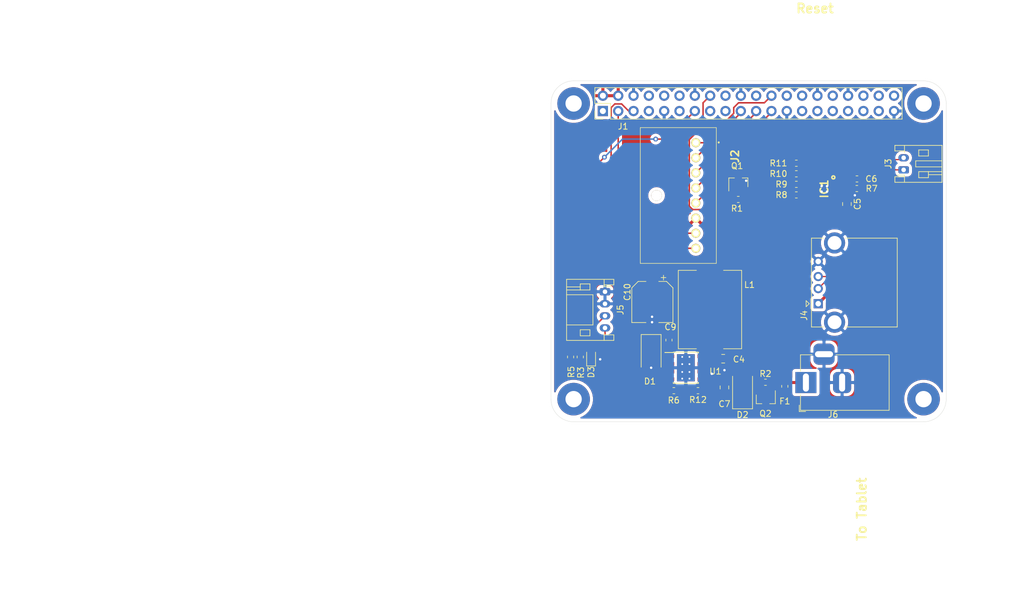
<source format=kicad_pcb>
(kicad_pcb (version 20171130) (host pcbnew 5.1.6-c6e7f7d~87~ubuntu18.04.1)
  (layers (0 F.Cu signal) (31 B.Cu signal) (34 B.Paste user) (35 F.Paste user) (36 B.SilkS user) (37 F.SilkS user) (38 B.Mask user) (39 F.Mask user) (44 Edge.Cuts user))
  (net 0 "")
  (net 1 +5V)
  (net 2 GND)
  (net 3 VCC)
  (net 4 "Net-(IC1-Pad15)")
  (net 5 /RESET)
  (net 6 /SDA)
  (net 7 /SCL)
  (net 8 /LED_INDICATOR)
  (net 9 "Net-(J5-Pad3)")
  (net 10 "Net-(J1-Pad1)")
  (net 11 "Net-(J1-Pad7)")
  (net 12 "Net-(J1-Pad8)")
  (net 13 "Net-(J1-Pad10)")
  (net 14 "Net-(J1-Pad11)")
  (net 15 "Net-(J1-Pad12)")
  (net 16 "Net-(J1-Pad15)")
  (net 17 /THERMAL_POWER)
  (net 18 "Net-(J1-Pad17)")
  (net 19 "Net-(J1-Pad18)")
  (net 20 /SPI_MOSI)
  (net 21 /SPI_MISO)
  (net 22 "Net-(J1-Pad22)")
  (net 23 /SPI_SCLK)
  (net 24 /SPI_CEO)
  (net 25 "Net-(J1-Pad26)")
  (net 26 "Net-(J1-Pad27)")
  (net 27 "Net-(J1-Pad28)")
  (net 28 "Net-(J1-Pad29)")
  (net 29 "Net-(J1-Pad31)")
  (net 30 "Net-(J1-Pad32)")
  (net 31 "Net-(J1-Pad33)")
  (net 32 "Net-(J1-Pad35)")
  (net 33 "Net-(J1-Pad36)")
  (net 34 "Net-(J1-Pad37)")
  (net 35 "Net-(J1-Pad38)")
  (net 36 "Net-(J1-Pad40)")
  (net 37 "Net-(J2-Pad5)")
  (net 38 "Net-(C5-Pad1)")
  (net 39 /D_OUT_P)
  (net 40 /D_IN_P)
  (net 41 /D_OUT_N)
  (net 42 /D_IN_N)
  (net 43 "Net-(C9-Pad1)")
  (net 44 "Net-(C9-Pad2)")
  (net 45 "Net-(D2-Pad2)")
  (net 46 "Net-(F1-Pad1)")
  (net 47 "Net-(F1-Pad2)")
  (net 48 "Net-(IC1-Pad5)")
  (net 49 "Net-(IC1-Pad6)")
  (net 50 "Net-(IC1-Pad7)")
  (net 51 "Net-(IC1-Pad8)")
  (net 52 "Net-(IC1-Pad9)")
  (net 53 "Net-(IC1-Pad13)")
  (net 54 "Net-(IC1-Pad16)")
  (net 55 "Net-(R12-Pad1)")
  (net 56 "Net-(U1-Pad2)")
  (net 57 "Net-(U1-Pad3)")
  (net 58 "Net-(D3-Pad2)")
  (module footprints:MWSA1004-150MT (layer F.Cu) (at 122.6 134.15 90)
    (fp_text reference L1 (at 4.1 6.55 180) (layer F.SilkS))
    (fp_text value 15uH)
    (pad 2 smd rect (at 4.75 0 90) (size 3.5 4) (layers F.Cu F.Paste F.Mask) (net 1 +5V))
    (pad 1 smd rect (at -4.75 0 90) (size 3.5 4) (layers F.Cu F.Paste F.Mask) (net 43 "Net-(C9-Pad1)"))
  )
  (module Capacitor_SMD:C_0603_1608Metric (layer F.Cu) (at 146.9625 112.5)
    (fp_text reference C6 (at 2.3875 0) (layer F.SilkS))
    (fp_text value 1uF)
    (pad 1 smd roundrect (at -0.7875 0) (size 0.875 0.95) (layers F.Cu F.Paste F.Mask) (net 1 +5V))
    (pad 2 smd roundrect (at 0.7875 0) (size 0.875 0.95) (layers F.Cu F.Paste F.Mask) (net 2 GND))
  )
  (module Resistor_SMD:R_0603_1608Metric (layer F.Cu) (at 146.9375 114.1 180)
    (fp_text reference R7 (at -2.4625 0) (layer F.SilkS))
    (fp_text value 36K)
    (pad 1 smd roundrect (at -0.7875 0 180) (size 0.875 0.95) (layers F.Cu F.Paste F.Mask) (net 2 GND))
    (pad 2 smd roundrect (at 0.7875 0 180) (size 0.875 0.95) (layers F.Cu F.Paste F.Mask) (net 54 "Net-(IC1-Pad16)"))
  )
  (module Capacitor_SMD:C_0805_2012Metric (layer F.Cu) (at 145.3 116.6625 90)
    (fp_text reference C5 (at 0 1.75 90) (layer F.SilkS))
    (fp_text value 22uF)
    (pad 1 smd roundrect (at -0.9375 0 90) (size 0.975 1.4) (layers F.Cu F.Paste F.Mask) (net 38 "Net-(C5-Pad1)"))
    (pad 2 smd roundrect (at 0.9375 0 90) (size 0.975 1.4) (layers F.Cu F.Paste F.Mask) (net 2 GND))
  )
  (module Resistor_SMD:R_0603_1608Metric (layer F.Cu) (at 99.5 142.0125 90)
    (fp_text reference R5 (at -2.4875 0.1 90) (layer F.SilkS))
    (fp_text value 470R)
    (pad 1 smd roundrect (at -0.7875 0 90) (size 0.875 0.95) (layers F.Cu F.Paste F.Mask) (net 8 /LED_INDICATOR))
    (pad 2 smd roundrect (at 0.7875 0 90) (size 0.875 0.95) (layers F.Cu F.Paste F.Mask) (net 9 "Net-(J5-Pad3)"))
  )
  (module Connector_PinHeader_2.54mm:PinHeader_2x20_P2.54mm_Vertical (layer F.Cu) (at 104.85 101.25 90)
    (fp_text reference J1 (at -2.55 3.35 180) (layer F.SilkS))
    (fp_text value Raspberry_Pi_2_3)
    (pad 1 thru_hole rect (at 0 0 90) (size 1.7 1.7) (drill 1) (layers *.Cu *.Mask) (net 10 "Net-(J1-Pad1)"))
    (pad 2 thru_hole oval (at 2.54 0 90) (size 1.7 1.7) (drill 1) (layers *.Cu *.Mask) (net 1 +5V))
    (pad 3 thru_hole oval (at 0 2.54 90) (size 1.7 1.7) (drill 1) (layers *.Cu *.Mask) (net 6 /SDA))
    (pad 4 thru_hole oval (at 2.54 2.54 90) (size 1.7 1.7) (drill 1) (layers *.Cu *.Mask) (net 1 +5V))
    (pad 5 thru_hole oval (at 0 5.08 90) (size 1.7 1.7) (drill 1) (layers *.Cu *.Mask) (net 7 /SCL))
    (pad 6 thru_hole oval (at 2.54 5.08 90) (size 1.7 1.7) (drill 1) (layers *.Cu *.Mask) (net 2 GND))
    (pad 7 thru_hole oval (at 0 7.62 90) (size 1.7 1.7) (drill 1) (layers *.Cu *.Mask) (net 11 "Net-(J1-Pad7)"))
    (pad 8 thru_hole oval (at 2.54 7.62 90) (size 1.7 1.7) (drill 1) (layers *.Cu *.Mask) (net 12 "Net-(J1-Pad8)"))
    (pad 9 thru_hole oval (at 0 10.16 90) (size 1.7 1.7) (drill 1) (layers *.Cu *.Mask) (net 2 GND))
    (pad 10 thru_hole oval (at 2.54 10.16 90) (size 1.7 1.7) (drill 1) (layers *.Cu *.Mask) (net 13 "Net-(J1-Pad10)"))
    (pad 11 thru_hole oval (at 0 12.7 90) (size 1.7 1.7) (drill 1) (layers *.Cu *.Mask) (net 14 "Net-(J1-Pad11)"))
    (pad 12 thru_hole oval (at 2.54 12.7 90) (size 1.7 1.7) (drill 1) (layers *.Cu *.Mask) (net 15 "Net-(J1-Pad12)"))
    (pad 13 thru_hole oval (at 0 15.24 90) (size 1.7 1.7) (drill 1) (layers *.Cu *.Mask) (net 8 /LED_INDICATOR))
    (pad 14 thru_hole oval (at 2.54 15.24 90) (size 1.7 1.7) (drill 1) (layers *.Cu *.Mask) (net 2 GND))
    (pad 15 thru_hole oval (at 0 17.78 90) (size 1.7 1.7) (drill 1) (layers *.Cu *.Mask) (net 16 "Net-(J1-Pad15)"))
    (pad 16 thru_hole oval (at 2.54 17.78 90) (size 1.7 1.7) (drill 1) (layers *.Cu *.Mask) (net 17 /THERMAL_POWER))
    (pad 17 thru_hole oval (at 0 20.32 90) (size 1.7 1.7) (drill 1) (layers *.Cu *.Mask) (net 18 "Net-(J1-Pad17)"))
    (pad 18 thru_hole oval (at 2.54 20.32 90) (size 1.7 1.7) (drill 1) (layers *.Cu *.Mask) (net 19 "Net-(J1-Pad18)"))
    (pad 19 thru_hole oval (at 0 22.86 90) (size 1.7 1.7) (drill 1) (layers *.Cu *.Mask) (net 20 /SPI_MOSI))
    (pad 20 thru_hole oval (at 2.54 22.86 90) (size 1.7 1.7) (drill 1) (layers *.Cu *.Mask) (net 2 GND))
    (pad 21 thru_hole oval (at 0 25.4 90) (size 1.7 1.7) (drill 1) (layers *.Cu *.Mask) (net 21 /SPI_MISO))
    (pad 22 thru_hole oval (at 2.54 25.4 90) (size 1.7 1.7) (drill 1) (layers *.Cu *.Mask) (net 22 "Net-(J1-Pad22)"))
    (pad 23 thru_hole oval (at 0 27.94 90) (size 1.7 1.7) (drill 1) (layers *.Cu *.Mask) (net 23 /SPI_SCLK))
    (pad 24 thru_hole oval (at 2.54 27.94 90) (size 1.7 1.7) (drill 1) (layers *.Cu *.Mask) (net 24 /SPI_CEO))
    (pad 25 thru_hole oval (at 0 30.48 90) (size 1.7 1.7) (drill 1) (layers *.Cu *.Mask) (net 2 GND))
    (pad 26 thru_hole oval (at 2.54 30.48 90) (size 1.7 1.7) (drill 1) (layers *.Cu *.Mask) (net 25 "Net-(J1-Pad26)"))
    (pad 27 thru_hole oval (at 0 33.02 90) (size 1.7 1.7) (drill 1) (layers *.Cu *.Mask) (net 26 "Net-(J1-Pad27)"))
    (pad 28 thru_hole oval (at 2.54 33.02 90) (size 1.7 1.7) (drill 1) (layers *.Cu *.Mask) (net 27 "Net-(J1-Pad28)"))
    (pad 29 thru_hole oval (at 0 35.56 90) (size 1.7 1.7) (drill 1) (layers *.Cu *.Mask) (net 28 "Net-(J1-Pad29)"))
    (pad 30 thru_hole oval (at 2.54 35.56 90) (size 1.7 1.7) (drill 1) (layers *.Cu *.Mask) (net 2 GND))
    (pad 31 thru_hole oval (at 0 38.1 90) (size 1.7 1.7) (drill 1) (layers *.Cu *.Mask) (net 29 "Net-(J1-Pad31)"))
    (pad 32 thru_hole oval (at 2.54 38.1 90) (size 1.7 1.7) (drill 1) (layers *.Cu *.Mask) (net 30 "Net-(J1-Pad32)"))
    (pad 33 thru_hole oval (at 0 40.64 90) (size 1.7 1.7) (drill 1) (layers *.Cu *.Mask) (net 31 "Net-(J1-Pad33)"))
    (pad 34 thru_hole oval (at 2.54 40.64 90) (size 1.7 1.7) (drill 1) (layers *.Cu *.Mask) (net 2 GND))
    (pad 35 thru_hole oval (at 0 43.18 90) (size 1.7 1.7) (drill 1) (layers *.Cu *.Mask) (net 32 "Net-(J1-Pad35)"))
    (pad 36 thru_hole oval (at 2.54 43.18 90) (size 1.7 1.7) (drill 1) (layers *.Cu *.Mask) (net 33 "Net-(J1-Pad36)"))
    (pad 37 thru_hole oval (at 0 45.72 90) (size 1.7 1.7) (drill 1) (layers *.Cu *.Mask) (net 34 "Net-(J1-Pad37)"))
    (pad 38 thru_hole oval (at 2.54 45.72 90) (size 1.7 1.7) (drill 1) (layers *.Cu *.Mask) (net 35 "Net-(J1-Pad38)"))
    (pad 39 thru_hole oval (at 0 48.26 90) (size 1.7 1.7) (drill 1) (layers *.Cu *.Mask) (net 2 GND))
    (pad 40 thru_hole oval (at 2.54 48.26 90) (size 1.7 1.7) (drill 1) (layers *.Cu *.Mask) (net 36 "Net-(J1-Pad40)"))
  )
  (module Connector_USB:USB_A_CONNFLY_DS1095-WNR0 (layer F.Cu) (at 140.54 133.18 90)
    (fp_text reference J4 (at -1.95 -2.35 90) (layer F.SilkS))
    (fp_text value USB_A)
    (pad 5 thru_hole circle (at 10.07 2.71 90) (size 3.5 3.5) (drill 2.3) (layers *.Cu *.Mask) (net 2 GND))
    (pad 5 thru_hole circle (at -3.07 2.71 90) (size 3.5 3.5) (drill 2.3) (layers *.Cu *.Mask) (net 2 GND))
    (pad 1 thru_hole rect (at 0 0 90) (size 1.524 1.524) (drill 0.92) (layers *.Cu *.Mask) (net 38 "Net-(C5-Pad1)"))
    (pad 2 thru_hole circle (at 2.5 0 90) (size 1.524 1.524) (drill 0.92) (layers *.Cu *.Mask) (net 42 /D_IN_N))
    (pad 3 thru_hole circle (at 4.5 0 90) (size 1.524 1.524) (drill 0.92) (layers *.Cu *.Mask) (net 40 /D_IN_P))
    (pad 4 thru_hole circle (at 7 0 90) (size 1.524 1.524) (drill 0.92) (layers *.Cu *.Mask) (net 2 GND))
  )
  (module Fiducial:Fiducial_1mm_Mask2mm (layer F.Cu) (at 98.8 105.7)
    (fp_text reference FID1 hide)
    (fp_text value Fiducial)
    (pad "" smd circle (at 0 0) (size 1 1) (layers F.Cu F.Mask) (clearance 0.5))
  )
  (module Fiducial:Fiducial_1mm_Mask2mm (layer F.Cu) (at 104.7 150.1)
    (fp_text reference FID2 hide)
    (fp_text value Fiducial)
    (pad "" smd circle (at 0 0) (size 1 1) (layers F.Cu F.Mask) (clearance 0.5))
  )
  (module Fiducial:Fiducial_1mm_Mask2mm (layer F.Cu) (at 159.45 140.1)
    (fp_text reference FID3 hide)
    (fp_text value Fiducial)
    (pad "" smd circle (at 0 0) (size 1 1) (layers F.Cu F.Mask) (clearance 0.5))
  )
  (module Package_TO_SOT_SMD:SOT-23 (layer F.Cu) (at 127.3 113.1 90)
    (fp_text reference Q1 (at 2.75 -0.2) (layer F.SilkS))
    (fp_text value Q_NMOS_GSD)
    (pad 1 smd rect (at -1 -0.95 90) (size 0.9 0.8) (layers F.Cu F.Paste F.Mask) (net 17 /THERMAL_POWER))
    (pad 2 smd rect (at -1 0.95 90) (size 0.9 0.8) (layers F.Cu F.Paste F.Mask) (net 2 GND))
    (pad 3 smd rect (at 1 0 90) (size 0.9 0.8) (layers F.Cu F.Paste F.Mask) (net 37 "Net-(J2-Pad5)"))
  )
  (module Resistor_SMD:R_0603_1608Metric (layer F.Cu) (at 127.2875 115.9)
    (fp_text reference R1 (at -0.2125 1.5) (layer F.SilkS))
    (fp_text value 100K)
    (pad 1 smd roundrect (at -0.7875 0) (size 0.875 0.95) (layers F.Cu F.Paste F.Mask) (net 17 /THERMAL_POWER))
    (pad 2 smd roundrect (at 0.7875 0) (size 0.875 0.95) (layers F.Cu F.Paste F.Mask) (net 2 GND))
  )
  (module MountingHole:MountingHole_2.7mm_Pad (layer F.Cu) (at 158 149)
    (fp_text reference H1 hide)
    (fp_text value MountingHole)
    (pad 1 thru_hole circle (at 0 0) (size 5.4 5.4) (drill 2.7) (layers *.Cu *.Mask))
  )
  (module MountingHole:MountingHole_2.7mm_Pad (layer F.Cu) (at 100 149)
    (fp_text reference H2 hide)
    (fp_text value MountingHole)
    (pad 1 thru_hole circle (at 0 0) (size 5.4 5.4) (drill 2.7) (layers *.Cu *.Mask))
  )
  (module MountingHole:MountingHole_2.7mm_Pad (layer F.Cu) (at 158 100)
    (fp_text reference H3 hide)
    (fp_text value MountingHole)
    (pad 1 thru_hole circle (at 0 0) (size 5.4 5.4) (drill 2.7) (layers *.Cu *.Mask))
  )
  (module MountingHole:MountingHole_2.7mm_Pad (layer F.Cu) (at 100 100)
    (fp_text reference H4 hide)
    (fp_text value MountingHole)
    (pad 1 thru_hole circle (at 0 0) (size 5.4 5.4) (drill 2.7) (layers *.Cu *.Mask))
  )
  (module Resistor_SMD:R_0603_1608Metric (layer F.Cu) (at 136.9125 115.15)
    (fp_text reference R8 (at -2.4625 0) (layer F.SilkS))
    (fp_text value 100K)
    (pad 1 smd roundrect (at -0.7875 0) (size 0.875 0.95) (layers F.Cu F.Paste F.Mask) (net 1 +5V))
    (pad 2 smd roundrect (at 0.7875 0) (size 0.875 0.95) (layers F.Cu F.Paste F.Mask) (net 51 "Net-(IC1-Pad8)"))
  )
  (module Resistor_SMD:R_0603_1608Metric (layer F.Cu) (at 136.9125 113.4)
    (fp_text reference R9 (at -2.4625 0) (layer F.SilkS))
    (fp_text value 100K)
    (pad 2 smd roundrect (at 0.7875 0) (size 0.875 0.95) (layers F.Cu F.Paste F.Mask) (net 50 "Net-(IC1-Pad7)"))
    (pad 1 smd roundrect (at -0.7875 0) (size 0.875 0.95) (layers F.Cu F.Paste F.Mask) (net 1 +5V))
  )
  (module Resistor_SMD:R_0603_1608Metric (layer F.Cu) (at 136.9125 111.65)
    (fp_text reference R10 (at -2.9625 0) (layer F.SilkS))
    (fp_text value 100K)
    (pad 1 smd roundrect (at -0.7875 0) (size 0.875 0.95) (layers F.Cu F.Paste F.Mask) (net 1 +5V))
    (pad 2 smd roundrect (at 0.7875 0) (size 0.875 0.95) (layers F.Cu F.Paste F.Mask) (net 49 "Net-(IC1-Pad6)"))
  )
  (module Resistor_SMD:R_0603_1608Metric (layer F.Cu) (at 136.9125 109.9)
    (fp_text reference R11 (at -2.9625 0) (layer F.SilkS))
    (fp_text value 100K)
    (pad 2 smd roundrect (at 0.7875 0) (size 0.875 0.95) (layers F.Cu F.Paste F.Mask) (net 48 "Net-(IC1-Pad5)"))
    (pad 1 smd roundrect (at -0.7875 0) (size 0.875 0.95) (layers F.Cu F.Paste F.Mask) (net 1 +5V))
  )
  (module Connector_BarrelJack:BarrelJack_Horizontal (layer F.Cu) (at 138.5 146.25 180)
    (fp_text reference J6 (at -4.5 -5.3) (layer F.SilkS))
    (fp_text value Barrel_Jack_Switch)
    (pad 1 thru_hole rect (at 0 0 180) (size 3.5 3.5) (drill oval 1 3) (layers *.Cu *.Mask) (net 47 "Net-(F1-Pad2)"))
    (pad 2 thru_hole roundrect (at -6 0 180) (size 3 3.5) (drill oval 1 3) (layers *.Cu *.Mask) (net 2 GND))
    (pad 3 thru_hole roundrect (at -3 4.7 180) (size 3.5 3.5) (drill oval 3 1) (layers *.Cu *.Mask) (net 2 GND))
  )
  (module Capacitor_SMD:C_0805_2012Metric (layer F.Cu) (at 125 147.0625 90)
    (fp_text reference C7 (at -2.7375 0 180) (layer F.SilkS))
    (fp_text value 22uF)
    (pad 1 smd roundrect (at -0.9375 0 90) (size 0.975 1.4) (layers F.Cu F.Paste F.Mask) (net 3 VCC))
    (pad 2 smd roundrect (at 0.9375 0 90) (size 0.975 1.4) (layers F.Cu F.Paste F.Mask) (net 2 GND))
  )
  (module Resistor_SMD:R_0603_1608Metric_Pad1.05x0.95mm_HandSolder (layer F.Cu) (at 135 146.875 90)
    (fp_text reference F1 (at -2.475 0 180) (layer F.SilkS))
    (fp_text value Fuse)
    (pad 1 smd roundrect (at -0.875 0 90) (size 1.05 0.95) (layers F.Cu F.Paste F.Mask) (net 46 "Net-(F1-Pad1)"))
    (pad 2 smd roundrect (at 0.875 0 90) (size 1.05 0.95) (layers F.Cu F.Paste F.Mask) (net 47 "Net-(F1-Pad2)"))
  )
  (module S08B-XASK-1_LF__SN_:S08BXASK1LFSN (layer F.Cu) (at 120.25 106.5 270)
    (fp_text reference J2 (at 2.25 -6.5 90) (layer F.SilkS) (effects (font (size 1.27 1.27) (thickness 0.254))))
    (fp_text value "Thermal Camera" hide)
    (pad 1 thru_hole circle (at 0 0) (size 1.5 1.5) (drill 1) (layers *.Cu *.Mask F.SilkS) (net 24 /SPI_CEO))
    (pad 2 thru_hole circle (at 2.5 0) (size 1.5 1.5) (drill 1) (layers *.Cu *.Mask F.SilkS) (net 20 /SPI_MOSI))
    (pad 3 thru_hole circle (at 5 0) (size 1.5 1.5) (drill 1) (layers *.Cu *.Mask F.SilkS) (net 21 /SPI_MISO))
    (pad 4 thru_hole circle (at 7.5 0) (size 1.5 1.5) (drill 1) (layers *.Cu *.Mask F.SilkS) (net 23 /SPI_SCLK))
    (pad 5 thru_hole circle (at 10 0) (size 1.5 1.5) (drill 1) (layers *.Cu *.Mask F.SilkS) (net 37 "Net-(J2-Pad5)"))
    (pad 6 thru_hole circle (at 12.5 0) (size 1.5 1.5) (drill 1) (layers *.Cu *.Mask F.SilkS) (net 1 +5V))
    (pad 7 thru_hole circle (at 15 0) (size 1.5 1.5) (drill 1) (layers *.Cu *.Mask F.SilkS) (net 6 /SDA))
    (pad 8 thru_hole circle (at 17.5 0) (size 1.5 1.5) (drill 1) (layers *.Cu *.Mask F.SilkS) (net 7 /SCL))
    (pad MH1 thru_hole circle (at 8.75 6.5) (size 1.755 1.755) (drill 3.5107) (layers *.Cu *.Mask F.SilkS))
  )
  (module Capacitor_SMD:C_0805_2012Metric (layer F.Cu) (at 124.7875 142.3)
    (fp_text reference C4 (at 2.6125 0.1) (layer F.SilkS))
    (fp_text value 10uF)
    (pad 1 smd roundrect (at -0.9375 0) (size 0.975 1.4) (layers F.Cu F.Paste F.Mask) (net 3 VCC))
    (pad 2 smd roundrect (at 0.9375 0) (size 0.975 1.4) (layers F.Cu F.Paste F.Mask) (net 2 GND))
  )
  (module Capacitor_SMD:C_0603_1608Metric (layer F.Cu) (at 115.8 139.2125 270)
    (fp_text reference C9 (at -2.1625 -0.25 180) (layer F.SilkS))
    (fp_text value 0.01uF)
    (pad 1 smd roundrect (at -0.7875 0 270) (size 0.875 0.95) (layers F.Cu F.Paste F.Mask) (net 43 "Net-(C9-Pad1)"))
    (pad 2 smd roundrect (at 0.7875 0 270) (size 0.875 0.95) (layers F.Cu F.Paste F.Mask) (net 44 "Net-(C9-Pad2)"))
  )
  (module Capacitor_SMD:CP_Elec_6.3x7.7 (layer F.Cu) (at 113.05 132.9 270)
    (fp_text reference C10 (at -1.65 4.15 90) (layer F.SilkS))
    (fp_text value 220uF)
    (pad 1 smd roundrect (at -2.7 0 270) (size 3.5 1.6) (layers F.Cu F.Paste F.Mask) (roundrect_rratio 0.15625) (net 1 +5V))
    (pad 2 smd roundrect (at 2.7 0 270) (size 3.5 1.6) (layers F.Cu F.Paste F.Mask) (roundrect_rratio 0.15625) (net 2 GND))
  )
  (module Diode_SMD:D_SMA (layer F.Cu) (at 112.85 141.7 270)
    (fp_text reference D1 (at 4.35 0.2 180) (layer F.SilkS))
    (fp_text value B340A)
    (pad 2 smd rect (at 2 0 270) (size 2.5 1.8) (layers F.Cu F.Paste F.Mask) (net 2 GND))
    (pad 1 smd rect (at -2 0 270) (size 2.5 1.8) (layers F.Cu F.Paste F.Mask) (net 43 "Net-(C9-Pad1)"))
  )
  (module Diode_SMD:D_SMA (layer F.Cu) (at 128 147.2 90)
    (fp_text reference D2 (at -4.4 0 180) (layer F.SilkS))
    (fp_text value D_Zener)
    (pad 1 smd rect (at -2 0 90) (size 2.5 1.8) (layers F.Cu F.Paste F.Mask) (net 3 VCC))
    (pad 2 smd rect (at 2 0 90) (size 2.5 1.8) (layers F.Cu F.Paste F.Mask) (net 45 "Net-(D2-Pad2)"))
  )
  (module QFN50P300X300X80-17N-D (layer F.Cu) (at 141.55 114.15 270)
    (fp_text reference IC1 (at 0 0 270) (layer F.SilkS) (effects (font (size 1.27 1.27) (thickness 0.254))))
    (fp_text value TPS2546RTER hide)
    (pad 1 smd rect (at -1.5 -0.75) (size 0.3 0.8) (layers F.Cu F.Paste F.Mask) (net 1 +5V))
    (pad 2 smd rect (at -1.5 -0.25) (size 0.3 0.8) (layers F.Cu F.Paste F.Mask) (net 41 /D_OUT_N))
    (pad 3 smd rect (at -1.5 0.25) (size 0.3 0.8) (layers F.Cu F.Paste F.Mask) (net 39 /D_OUT_P))
    (pad 4 smd rect (at -1.5 0.75) (size 0.3 0.8) (layers F.Cu F.Paste F.Mask) (net 1 +5V))
    (pad 5 smd rect (at -0.75 1.5 270) (size 0.3 0.8) (layers F.Cu F.Paste F.Mask) (net 48 "Net-(IC1-Pad5)"))
    (pad 6 smd rect (at -0.25 1.5 270) (size 0.3 0.8) (layers F.Cu F.Paste F.Mask) (net 49 "Net-(IC1-Pad6)"))
    (pad 7 smd rect (at 0.25 1.5 270) (size 0.3 0.8) (layers F.Cu F.Paste F.Mask) (net 50 "Net-(IC1-Pad7)"))
    (pad 8 smd rect (at 0.75 1.5 270) (size 0.3 0.8) (layers F.Cu F.Paste F.Mask) (net 51 "Net-(IC1-Pad8)"))
    (pad 9 smd rect (at 1.5 0.75) (size 0.3 0.8) (layers F.Cu F.Paste F.Mask) (net 52 "Net-(IC1-Pad9)"))
    (pad 10 smd rect (at 1.5 0.25) (size 0.3 0.8) (layers F.Cu F.Paste F.Mask) (net 40 /D_IN_P))
    (pad 11 smd rect (at 1.5 -0.25) (size 0.3 0.8) (layers F.Cu F.Paste F.Mask) (net 42 /D_IN_N))
    (pad 12 smd rect (at 1.5 -0.75) (size 0.3 0.8) (layers F.Cu F.Paste F.Mask) (net 38 "Net-(C5-Pad1)"))
    (pad 13 smd rect (at 0.75 -1.5 270) (size 0.3 0.8) (layers F.Cu F.Paste F.Mask) (net 53 "Net-(IC1-Pad13)"))
    (pad 14 smd rect (at 0.25 -1.5 270) (size 0.3 0.8) (layers F.Cu F.Paste F.Mask) (net 2 GND))
    (pad 15 smd rect (at -0.25 -1.5 270) (size 0.3 0.8) (layers F.Cu F.Paste F.Mask) (net 4 "Net-(IC1-Pad15)"))
    (pad 16 smd rect (at -0.75 -1.5 270) (size 0.3 0.8) (layers F.Cu F.Paste F.Mask) (net 54 "Net-(IC1-Pad16)"))
    (pad 17 smd rect (at 0 0 270) (size 1.76 1.76) (layers F.Cu F.Paste F.Mask) (net 2 GND))
  )
  (module Resistor_SMD:R_0603_1608Metric (layer F.Cu) (at 131.8 146.2 180)
    (fp_text reference R2 (at 0 1.4) (layer F.SilkS))
    (fp_text value 100K)
    (pad 1 smd roundrect (at -0.7875 0 180) (size 0.875 0.95) (layers F.Cu F.Paste F.Mask) (net 45 "Net-(D2-Pad2)"))
    (pad 2 smd roundrect (at 0.7875 0 180) (size 0.875 0.95) (layers F.Cu F.Paste F.Mask) (net 2 GND))
  )
  (module Resistor_SMD:R_0603_1608Metric (layer F.Cu) (at 116.6125 147.6)
    (fp_text reference R6 (at -0.0125 1.6) (layer F.SilkS))
    (fp_text value 10K)
    (pad 1 smd roundrect (at -0.7875 0) (size 0.875 0.95) (layers F.Cu F.Paste F.Mask) (net 1 +5V))
    (pad 2 smd roundrect (at 0.7875 0) (size 0.875 0.95) (layers F.Cu F.Paste F.Mask) (net 55 "Net-(R12-Pad1)"))
  )
  (module Resistor_SMD:R_0603_1608Metric (layer F.Cu) (at 120.6125 147.6)
    (fp_text reference R12 (at 0 1.5) (layer F.SilkS))
    (fp_text value 3K16)
    (pad 2 smd roundrect (at 0.7875 0) (size 0.875 0.95) (layers F.Cu F.Paste F.Mask) (net 2 GND))
    (pad 1 smd roundrect (at -0.7875 0) (size 0.875 0.95) (layers F.Cu F.Paste F.Mask) (net 55 "Net-(R12-Pad1)"))
  )
  (module Package_SO:TI_SO-PowerPAD-8_ThermalVias (layer F.Cu) (at 118.6 143.8)
    (fp_text reference U1 (at 4.9 0.6) (layer F.SilkS))
    (fp_text value TPS5430DDA)
    (pad 9 smd rect (at 0 0) (size 2.6 3.1) (layers F.Cu F.Paste F.Mask) (net 2 GND))
    (pad 9 smd rect (at 0 0) (size 2.95 4.5) (layers F.Cu) (net 2 GND))
    (pad 1 smd rect (at -2.7 -1.905) (size 1.55 0.6) (layers F.Cu F.Paste F.Mask) (net 44 "Net-(C9-Pad2)"))
    (pad 2 smd rect (at -2.7 -0.635) (size 1.55 0.6) (layers F.Cu F.Paste F.Mask) (net 56 "Net-(U1-Pad2)"))
    (pad 3 smd rect (at -2.7 0.635) (size 1.55 0.6) (layers F.Cu F.Paste F.Mask) (net 57 "Net-(U1-Pad3)"))
    (pad 4 smd rect (at -2.7 1.905) (size 1.55 0.6) (layers F.Cu F.Paste F.Mask) (net 55 "Net-(R12-Pad1)"))
    (pad 5 smd rect (at 2.7 1.905) (size 1.55 0.6) (layers F.Cu F.Paste F.Mask) (net 5 /RESET))
    (pad 6 smd rect (at 2.7 0.635) (size 1.55 0.6) (layers F.Cu F.Paste F.Mask) (net 2 GND))
    (pad 7 smd rect (at 2.7 -0.635) (size 1.55 0.6) (layers F.Cu F.Paste F.Mask) (net 3 VCC))
    (pad 8 smd rect (at 2.7 -1.905) (size 1.55 0.6) (layers F.Cu F.Paste F.Mask) (net 43 "Net-(C9-Pad1)"))
    (pad 9 smd rect (at 0 0) (size 2.95 4.5) (layers B.Cu) (net 2 GND))
    (pad 9 thru_hole circle (at -0.6 -1.8) (size 0.6 0.6) (drill 0.3) (layers *.Cu) (net 2 GND))
    (pad 9 thru_hole circle (at -0.6 -0.6) (size 0.6 0.6) (drill 0.3) (layers *.Cu) (net 2 GND))
    (pad 9 thru_hole circle (at 0.6 -0.6) (size 0.6 0.6) (drill 0.3) (layers *.Cu) (net 2 GND))
    (pad 9 thru_hole circle (at 0.6 -1.8) (size 0.6 0.6) (drill 0.3) (layers *.Cu) (net 2 GND))
    (pad 9 thru_hole circle (at -0.6 1.8) (size 0.6 0.6) (drill 0.3) (layers *.Cu) (net 2 GND))
    (pad 9 thru_hole circle (at -0.6 0.7) (size 0.6 0.6) (drill 0.3) (layers *.Cu) (net 2 GND))
    (pad 9 thru_hole circle (at 0.6 0.7) (size 0.6 0.6) (drill 0.3) (layers *.Cu) (net 2 GND))
    (pad 9 thru_hole circle (at 0.6 1.8) (size 0.6 0.6) (drill 0.3) (layers *.Cu) (net 2 GND))
  )
  (module Package_TO_SOT_SMD:SOT-23 (layer F.Cu) (at 131.85 149 270)
    (fp_text reference Q2 (at 2.4 0.05 180) (layer F.SilkS))
    (fp_text value Q_PMOS_GDS)
    (pad 1 smd rect (at -1 -0.95 270) (size 0.9 0.8) (layers F.Cu F.Paste F.Mask) (net 45 "Net-(D2-Pad2)"))
    (pad 2 smd rect (at -1 0.95 270) (size 0.9 0.8) (layers F.Cu F.Paste F.Mask) (net 3 VCC))
    (pad 3 smd rect (at 1 0 270) (size 0.9 0.8) (layers F.Cu F.Paste F.Mask) (net 46 "Net-(F1-Pad1)"))
  )
  (module Diode_SMD:D_0603_1608Metric (layer F.Cu) (at 102.9 142.0125 90)
    (fp_text reference D3 (at -2.5125 0 90) (layer F.SilkS))
    (fp_text value LED)
    (pad 1 smd roundrect (at -0.7875 0 90) (size 0.875 0.95) (layers F.Cu F.Paste F.Mask) (net 2 GND))
    (pad 2 smd roundrect (at 0.7875 0 90) (size 0.875 0.95) (layers F.Cu F.Paste F.Mask) (net 58 "Net-(D3-Pad2)"))
  )
  (module Resistor_SMD:R_0603_1608Metric (layer F.Cu) (at 101.1 142.0125 90)
    (fp_text reference R3 (at -2.5875 0.1 90) (layer F.SilkS))
    (fp_text value 470R)
    (pad 1 smd roundrect (at -0.7875 0 90) (size 0.875 0.95) (layers F.Cu F.Paste F.Mask) (net 8 /LED_INDICATOR))
    (pad 2 smd roundrect (at 0.7875 0 90) (size 0.875 0.95) (layers F.Cu F.Paste F.Mask) (net 58 "Net-(D3-Pad2)"))
  )
  (module Connector_JST:JST_PH_S2B-PH-K_1x02_P2.00mm_Horizontal (layer F.Cu) (at 154.7 111 90)
    (fp_text reference J3 (at 1 -2.55 90) (layer F.SilkS))
    (fp_text value Conn_01x02)
    (pad 1 thru_hole roundrect (at 0 0 90) (size 1.2 1.75) (drill 0.75) (layers *.Cu *.Mask) (roundrect_rratio 0.208333) (net 41 /D_OUT_N))
    (pad 2 thru_hole oval (at 2 0 90) (size 1.2 1.75) (drill 0.75) (layers *.Cu *.Mask) (net 39 /D_OUT_P))
  )
  (module Connector_JST:JST_PH_S4B-PH-K_1x04_P2.00mm_Horizontal (layer F.Cu) (at 105.2 131.2 270)
    (fp_text reference J5 (at 3 -2.55 90) (layer F.SilkS))
    (fp_text value Conn_01x04)
    (pad 1 thru_hole roundrect (at 0 0 270) (size 1.2 1.75) (drill 0.75) (layers *.Cu *.Mask) (roundrect_rratio 0.208333) (net 2 GND))
    (pad 2 thru_hole oval (at 2 0 270) (size 1.2 1.75) (drill 0.75) (layers *.Cu *.Mask) (net 2 GND))
    (pad 3 thru_hole oval (at 4 0 270) (size 1.2 1.75) (drill 0.75) (layers *.Cu *.Mask) (net 9 "Net-(J5-Pad3)"))
    (pad 4 thru_hole oval (at 6 0 270) (size 1.2 1.75) (drill 0.75) (layers *.Cu *.Mask) (net 5 /RESET))
  )
  (gr_line (start 96.25 115.25) (end 96.25 134.25) (layer Edge.Cuts) (width 0.05))
  (gr_text "To Tablet" (at 147.75 167.25 90) (layer F.SilkS) (effects (font (size 1.5 1.5) (thickness 0.3))))
  (gr_text Reset (at 140 84.25) (layer F.SilkS) (effects (font (size 1.5 1.5) (thickness 0.3))))
  (gr_line (start 96.25 115.25) (end 96.25 100) (layer Edge.Cuts) (width 0.05))
  (gr_line (start 96.25 134.25) (end 96.25 149) (layer Edge.Cuts) (width 0.05))
  (gr_line (start 100 152.75) (end 158 152.75) (layer Edge.Cuts) (width 0.05))
  (gr_arc (start 100 149) (end 96.25 149) (angle -90) (layer Edge.Cuts) (width 0.05))
  (gr_line (start 161.75 100) (end 161.75 149) (layer Edge.Cuts) (width 0.05))
  (gr_arc (start 158 149) (end 158 152.75) (angle -90) (layer Edge.Cuts) (width 0.05))
  (gr_line (start 158 96.25) (end 100 96.25) (layer Edge.Cuts) (width 0.05))
  (gr_arc (start 158 100) (end 161.75 100) (angle -90) (layer Edge.Cuts) (width 0.05))
  (gr_arc (start 100 100) (end 100 96.25) (angle -90) (layer Edge.Cuts) (width 0.05))
  (segment (start 140.8 112.65) (end 140.8 110.7) (width 0.25) (layer F.Cu) (net 1))
  (segment (start 140.8 110.7) (end 140.8 110.5) (width 0.25) (layer F.Cu) (net 1))
  (segment (start 140.8 110.5) (end 140.1 109.8) (width 0.25) (layer F.Cu) (net 1))
  (via (at 112.85 143.8) (size 0.8) (drill 0.4) (layers F.Cu B.Cu) (net 2))
  (via (at 113 136.25) (size 0.8) (drill 0.4) (layers F.Cu B.Cu) (net 2))
  (via (at 113 135.35) (size 0.8) (drill 0.4) (layers F.Cu B.Cu) (net 2))
  (via (at 125 144.2) (size 0.8) (drill 0.4) (layers F.Cu B.Cu) (net 2))
  (via (at 141.1 114.6) (size 0.8) (drill 0.4) (layers F.Cu B.Cu) (net 2))
  (via (at 142 114.6) (size 0.8) (drill 0.4) (layers F.Cu B.Cu) (net 2))
  (via (at 142 113.7) (size 0.8) (drill 0.4) (layers F.Cu B.Cu) (net 2))
  (via (at 141.1 113.7) (size 0.8) (drill 0.4) (layers F.Cu B.Cu) (net 2))
  (segment (start 143.975 114.4) (end 145.3 115.725) (width 0.25) (layer F.Cu) (net 2))
  (segment (start 143.05 114.4) (end 143.975 114.4) (width 0.25) (layer F.Cu) (net 2))
  (segment (start 145.3 115.725) (end 146.175 115.725) (width 0.25) (layer F.Cu) (net 2))
  (segment (start 125.775001 146.900001) (end 130.312499 146.900001) (width 0.5) (layer F.Cu) (net 2))
  (segment (start 130.312499 146.900001) (end 131.0125 146.2) (width 0.5) (layer F.Cu) (net 2))
  (segment (start 125 146.125) (end 125.775001 146.900001) (width 0.5) (layer F.Cu) (net 2))
  (segment (start 120.665 143.8) (end 121.3 144.435) (width 0.25) (layer F.Cu) (net 2))
  (segment (start 118.6 143.8) (end 120.665 143.8) (width 0.25) (layer F.Cu) (net 2))
  (via (at 104.4 142.4) (size 0.8) (drill 0.4) (layers F.Cu B.Cu) (net 2))
  (segment (start 102.9 142.8) (end 104 142.8) (width 0.25) (layer F.Cu) (net 2))
  (segment (start 104 142.8) (end 104.4 142.4) (width 0.25) (layer F.Cu) (net 2))
  (segment (start 128.075 114.275) (end 128.25 114.1) (width 0.25) (layer F.Cu) (net 2))
  (segment (start 128.075 115.9) (end 128.075 114.275) (width 0.25) (layer F.Cu) (net 2))
  (segment (start 125 143) (end 125.7 142.3) (width 0.25) (layer F.Cu) (net 2))
  (segment (start 125 146.125) (end 125 143) (width 0.25) (layer F.Cu) (net 2))
  (via (at 122.9 144.8) (size 0.8) (drill 0.4) (layers F.Cu B.Cu) (net 2))
  (segment (start 121.3 144.435) (end 121.665 144.8) (width 0.25) (layer F.Cu) (net 2))
  (segment (start 121.665 144.8) (end 122.9 144.8) (width 0.25) (layer F.Cu) (net 2))
  (segment (start 122.9 146.1) (end 122.9 144.8) (width 0.25) (layer F.Cu) (net 2))
  (segment (start 121.4 147.6) (end 122.9 146.1) (width 0.25) (layer F.Cu) (net 2))
  (via (at 128.6 112.8) (size 0.8) (drill 0.4) (layers F.Cu B.Cu) (net 2))
  (segment (start 128.25 114.1) (end 128.25 113.15) (width 0.25) (layer F.Cu) (net 2))
  (segment (start 128.25 113.15) (end 128.6 112.8) (width 0.25) (layer F.Cu) (net 2))
  (segment (start 147.725 114.1) (end 147.725 112.525) (width 0.25) (layer F.Cu) (net 2))
  (segment (start 147.725 112.525) (end 147.75 112.5) (width 0.25) (layer F.Cu) (net 2))
  (segment (start 146.1 115.725) (end 146.6125 115.2125) (width 0.25) (layer F.Cu) (net 2))
  (segment (start 145.3 115.725) (end 146.1 115.725) (width 0.25) (layer F.Cu) (net 2))
  (segment (start 146.6125 115.2125) (end 147.725 114.1) (width 0.25) (layer F.Cu) (net 2))
  (via (at 146.6125 115.2125) (size 0.8) (drill 0.4) (layers F.Cu B.Cu) (net 2))
  (segment (start 142.2 114.4) (end 142 114.6) (width 0.25) (layer F.Cu) (net 2))
  (segment (start 143.05 114.4) (end 142.2 114.4) (width 0.25) (layer F.Cu) (net 2))
  (segment (start 129.2 148) (end 128 149.2) (width 0.5) (layer F.Cu) (net 3))
  (segment (start 130.9 148) (end 129.2 148) (width 0.5) (layer F.Cu) (net 3))
  (segment (start 126.2 149.2) (end 125 148) (width 0.5) (layer F.Cu) (net 3))
  (segment (start 128 149.2) (end 126.2 149.2) (width 0.5) (layer F.Cu) (net 3))
  (segment (start 125 148) (end 123.85 146.85) (width 0.5) (layer F.Cu) (net 3))
  (segment (start 121.3 143.165) (end 121.965 143.165) (width 0.5) (layer F.Cu) (net 3))
  (segment (start 122.75 143.95) (end 123.85 143.95) (width 0.5) (layer F.Cu) (net 3))
  (segment (start 121.965 143.165) (end 122.75 143.95) (width 0.5) (layer F.Cu) (net 3))
  (segment (start 123.85 146.85) (end 123.85 143.95) (width 0.5) (layer F.Cu) (net 3))
  (segment (start 123.85 143.95) (end 123.85 142.3) (width 0.5) (layer F.Cu) (net 3))
  (segment (start 120.63749 148.031504) (end 118.368994 150.3) (width 0.25) (layer F.Cu) (net 5))
  (segment (start 121.3 145.705) (end 120.63749 146.36751) (width 0.25) (layer F.Cu) (net 5))
  (segment (start 120.63749 146.36751) (end 120.63749 148.031504) (width 0.25) (layer F.Cu) (net 5))
  (segment (start 105.2 144.86319) (end 105.2 137.2) (width 0.25) (layer F.Cu) (net 5))
  (segment (start 110.63681 150.3) (end 105.2 144.86319) (width 0.25) (layer F.Cu) (net 5))
  (segment (start 118.368994 150.3) (end 110.63681 150.3) (width 0.25) (layer F.Cu) (net 5))
  (segment (start 107.39 117.59) (end 107.39 101.25) (width 0.25) (layer F.Cu) (net 6))
  (segment (start 120.25 121.5) (end 111.3 121.5) (width 0.25) (layer F.Cu) (net 6))
  (segment (start 111.3 121.5) (end 107.39 117.59) (width 0.25) (layer F.Cu) (net 6))
  (segment (start 120.25 123.55) (end 120.25 124) (width 0.25) (layer F.Cu) (net 7))
  (segment (start 113 124) (end 120.25 124) (width 0.25) (layer F.Cu) (net 7))
  (segment (start 109.129002 101.25) (end 107.954001 100.074999) (width 0.25) (layer F.Cu) (net 7))
  (segment (start 109.93 101.25) (end 109.129002 101.25) (width 0.25) (layer F.Cu) (net 7))
  (segment (start 107.954001 100.074999) (end 106.825999 100.074999) (width 0.25) (layer F.Cu) (net 7))
  (segment (start 106.825999 100.074999) (end 106.214999 100.685999) (width 0.25) (layer F.Cu) (net 7))
  (segment (start 106.214999 100.685999) (end 106.214999 117.214999) (width 0.25) (layer F.Cu) (net 7))
  (segment (start 106.214999 117.214999) (end 113 124) (width 0.25) (layer F.Cu) (net 7))
  (segment (start 101.1 142.8) (end 99.5 142.8) (width 0.25) (layer F.Cu) (net 8))
  (via (at 113.6 105.9) (size 0.8) (drill 0.4) (layers F.Cu B.Cu) (net 8))
  (segment (start 120.09 101.25) (end 115.44 105.9) (width 0.25) (layer F.Cu) (net 8))
  (segment (start 115.44 105.9) (end 113.6 105.9) (width 0.25) (layer F.Cu) (net 8))
  (via (at 105.1 108.9) (size 0.8) (drill 0.4) (layers F.Cu B.Cu) (net 8))
  (segment (start 113.6 105.9) (end 108.1 105.9) (width 0.25) (layer B.Cu) (net 8))
  (segment (start 108.1 105.9) (end 105.1 108.9) (width 0.25) (layer B.Cu) (net 8))
  (segment (start 98.69999 141.99999) (end 99.5 142.8) (width 0.25) (layer F.Cu) (net 8))
  (segment (start 98.69999 115.30001) (end 98.69999 141.99999) (width 0.25) (layer F.Cu) (net 8))
  (segment (start 105.1 108.9) (end 98.69999 115.30001) (width 0.25) (layer F.Cu) (net 8))
  (segment (start 99.5 140.9) (end 105.2 135.2) (width 0.25) (layer F.Cu) (net 9))
  (segment (start 99.5 141.225) (end 99.5 140.9) (width 0.25) (layer F.Cu) (net 9))
  (segment (start 126.5 114.25) (end 126.35 114.1) (width 0.25) (layer F.Cu) (net 17))
  (segment (start 126.5 115.9) (end 126.5 114.25) (width 0.25) (layer F.Cu) (net 17))
  (segment (start 124.824999 117.575001) (end 126.5 115.9) (width 0.25) (layer F.Cu) (net 17))
  (segment (start 119.733999 117.575001) (end 124.824999 117.575001) (width 0.25) (layer F.Cu) (net 17))
  (segment (start 119.174999 117.016001) (end 119.733999 117.575001) (width 0.25) (layer F.Cu) (net 17))
  (segment (start 121.454999 103.703999) (end 119.174999 105.983999) (width 0.25) (layer F.Cu) (net 17))
  (segment (start 119.174999 105.983999) (end 119.174999 117.016001) (width 0.25) (layer F.Cu) (net 17))
  (segment (start 121.454999 99.885001) (end 121.454999 103.703999) (width 0.25) (layer F.Cu) (net 17))
  (segment (start 122.63 98.71) (end 121.454999 99.885001) (width 0.25) (layer F.Cu) (net 17))
  (segment (start 127.71 101.54) (end 127.71 101.25) (width 0.25) (layer F.Cu) (net 20))
  (segment (start 120.25 109) (end 127.71 101.54) (width 0.25) (layer F.Cu) (net 20))
  (segment (start 130.25 101.5) (end 130.25 101.25) (width 0.25) (layer F.Cu) (net 21))
  (segment (start 120.25 111.5) (end 130.25 101.5) (width 0.25) (layer F.Cu) (net 21))
  (segment (start 132.79 101.46) (end 132.79 101.25) (width 0.25) (layer F.Cu) (net 23))
  (segment (start 120.25 114) (end 132.79 101.46) (width 0.25) (layer F.Cu) (net 23))
  (segment (start 131.614999 99.885001) (end 132.79 98.71) (width 0.25) (layer F.Cu) (net 24))
  (segment (start 127.335997 99.885001) (end 131.614999 99.885001) (width 0.25) (layer F.Cu) (net 24))
  (segment (start 126.534999 100.685999) (end 127.335997 99.885001) (width 0.25) (layer F.Cu) (net 24))
  (segment (start 126.534999 101.624003) (end 126.534999 100.685999) (width 0.25) (layer F.Cu) (net 24))
  (segment (start 120.25 106.5) (end 121.659002 106.5) (width 0.25) (layer F.Cu) (net 24))
  (segment (start 121.659002 106.5) (end 126.534999 101.624003) (width 0.25) (layer F.Cu) (net 24))
  (segment (start 124.65 112.1) (end 120.25 116.5) (width 0.25) (layer F.Cu) (net 37))
  (segment (start 127.3 112.1) (end 124.65 112.1) (width 0.25) (layer F.Cu) (net 37))
  (segment (start 143.35 115.65) (end 145.3 117.6) (width 0.25) (layer F.Cu) (net 38))
  (segment (start 142.3 115.65) (end 143.35 115.65) (width 0.25) (layer F.Cu) (net 38))
  (segment (start 147.350021 119.650021) (end 145.3 117.6) (width 0.5) (layer F.Cu) (net 38))
  (segment (start 147.350021 126.369979) (end 147.350021 119.650021) (width 0.5) (layer F.Cu) (net 38))
  (segment (start 140.54 133.18) (end 147.350021 126.369979) (width 0.5) (layer F.Cu) (net 38))
  (segment (start 154.4 109.3) (end 154.7 109) (width 0.2) (layer F.Cu) (net 39))
  (segment (start 142 109.3) (end 154.4 109.3) (width 0.2) (layer F.Cu) (net 39))
  (segment (start 141.3 112.65) (end 141.3 110) (width 0.2) (layer F.Cu) (net 39))
  (segment (start 141.3 110) (end 142 109.3) (width 0.2) (layer F.Cu) (net 39))
  (segment (start 141.903603 128.68) (end 140.54 128.68) (width 0.2) (layer F.Cu) (net 40))
  (segment (start 146.4 122.5) (end 146.4 124.183603) (width 0.2) (layer F.Cu) (net 40))
  (segment (start 141.325 117.425) (end 146.4 122.5) (width 0.2) (layer F.Cu) (net 40))
  (segment (start 141.325 116.275001) (end 141.325 117.425) (width 0.2) (layer F.Cu) (net 40))
  (segment (start 146.4 124.183603) (end 141.903603 128.68) (width 0.2) (layer F.Cu) (net 40))
  (segment (start 141.3 116.250001) (end 141.325 116.275001) (width 0.2) (layer F.Cu) (net 40))
  (segment (start 141.3 115.65) (end 141.3 116.250001) (width 0.2) (layer F.Cu) (net 40))
  (segment (start 153.336397 111) (end 154.7 111) (width 0.2) (layer F.Cu) (net 41))
  (segment (start 152.036397 109.7) (end 153.336397 111) (width 0.2) (layer F.Cu) (net 41))
  (segment (start 142.4 109.7) (end 152.036397 109.7) (width 0.2) (layer F.Cu) (net 41))
  (segment (start 141.849999 110.250001) (end 142.4 109.7) (width 0.2) (layer F.Cu) (net 41))
  (segment (start 141.8 112.65) (end 141.849999 112.65) (width 0.2) (layer F.Cu) (net 41))
  (segment (start 141.849999 112.65) (end 141.849999 110.250001) (width 0.2) (layer F.Cu) (net 41))
  (segment (start 146.800011 124.419989) (end 141.301999 129.918001) (width 0.2) (layer F.Cu) (net 42))
  (segment (start 141.301999 129.918001) (end 140.54 130.68) (width 0.2) (layer F.Cu) (net 42))
  (segment (start 146.800011 122.334311) (end 146.800011 124.419989) (width 0.2) (layer F.Cu) (net 42))
  (segment (start 141.8 115.65) (end 141.8 117.3343) (width 0.2) (layer F.Cu) (net 42))
  (segment (start 141.8 117.3343) (end 146.800011 122.334311) (width 0.2) (layer F.Cu) (net 42))
  (segment (start 121.3 140.2) (end 122.5 139) (width 0.5) (layer F.Cu) (net 43))
  (segment (start 121.3 141.895) (end 121.3 140.2) (width 0.5) (layer F.Cu) (net 43))
  (segment (start 114.525 139.7) (end 115.8 138.425) (width 0.5) (layer F.Cu) (net 43))
  (segment (start 112.85 139.7) (end 114.525 139.7) (width 0.5) (layer F.Cu) (net 43))
  (segment (start 121.925 138.425) (end 122.5 139) (width 0.5) (layer F.Cu) (net 43))
  (segment (start 115.8 138.425) (end 121.925 138.425) (width 0.5) (layer F.Cu) (net 43))
  (segment (start 115.9 140.1) (end 115.8 140) (width 0.25) (layer F.Cu) (net 44))
  (segment (start 115.9 141.895) (end 115.9 140.1) (width 0.25) (layer F.Cu) (net 44))
  (segment (start 131.5875 145.2) (end 132.5875 146.2) (width 0.25) (layer F.Cu) (net 45))
  (segment (start 128 145.2) (end 131.5875 145.2) (width 0.25) (layer F.Cu) (net 45))
  (segment (start 132.5875 147.7875) (end 132.8 148) (width 0.25) (layer F.Cu) (net 45))
  (segment (start 132.5875 146.2) (end 132.5875 147.7875) (width 0.25) (layer F.Cu) (net 45))
  (segment (start 132.75 150) (end 131.85 150) (width 0.5) (layer F.Cu) (net 46))
  (segment (start 135 147.75) (end 132.75 150) (width 0.5) (layer F.Cu) (net 46))
  (segment (start 135.25 146.25) (end 135 146) (width 0.5) (layer F.Cu) (net 47))
  (segment (start 138.5 146.25) (end 135.25 146.25) (width 0.5) (layer F.Cu) (net 47))
  (segment (start 140.05 112.25) (end 137.7 109.9) (width 0.25) (layer F.Cu) (net 48))
  (segment (start 140.05 113.4) (end 140.05 112.25) (width 0.25) (layer F.Cu) (net 48))
  (segment (start 139.414998 113.9) (end 140.05 113.9) (width 0.25) (layer F.Cu) (net 49))
  (segment (start 139.324999 113.810001) (end 139.414998 113.9) (width 0.25) (layer F.Cu) (net 49))
  (segment (start 139.324999 113.274999) (end 139.324999 113.810001) (width 0.25) (layer F.Cu) (net 49))
  (segment (start 137.7 111.65) (end 139.324999 113.274999) (width 0.25) (layer F.Cu) (net 49))
  (segment (start 138.225 114.4) (end 140.05 114.4) (width 0.25) (layer F.Cu) (net 50))
  (segment (start 137.7 113.875) (end 138.225 114.4) (width 0.25) (layer F.Cu) (net 50))
  (segment (start 137.7 113.4) (end 137.7 113.875) (width 0.25) (layer F.Cu) (net 50))
  (segment (start 137.95 114.9) (end 137.7 115.15) (width 0.25) (layer F.Cu) (net 51))
  (segment (start 140.05 114.9) (end 137.95 114.9) (width 0.25) (layer F.Cu) (net 51))
  (segment (start 143.05 113.4) (end 143.1 113.4) (width 0.25) (layer F.Cu) (net 54))
  (segment (start 145.45 113.4) (end 143.05 113.4) (width 0.25) (layer F.Cu) (net 54))
  (segment (start 146.15 114.1) (end 145.45 113.4) (width 0.25) (layer F.Cu) (net 54))
  (segment (start 119.825 147.6) (end 117.4 147.6) (width 0.25) (layer F.Cu) (net 55))
  (segment (start 117.4 147.205) (end 115.9 145.705) (width 0.25) (layer F.Cu) (net 55))
  (segment (start 117.4 147.6) (end 117.4 147.205) (width 0.25) (layer F.Cu) (net 55))
  (segment (start 101.1 141.225) (end 102.9 141.225) (width 0.25) (layer F.Cu) (net 58))
  (zone (net 2) (net_name GND) (layer B.Cu) (connect_pads (clearance 0.508)) (min_thickness 0.254) (fill yes (arc_segments 32) (thermal_gap 0.508) (thermal_bridge_width 0.508))
    (polygon (pts (xy 161.75 152.75) (xy 96.25 152.75) (xy 96.25 96.25) (xy 161.75 96.25)))
  )
  (zone (net 1) (net_name +5V) (layer F.Cu) (connect_pads (clearance 0.508)) (min_thickness 0.254) (fill yes (arc_segments 32) (thermal_gap 0.508) (thermal_bridge_width 0.508))
    (polygon (pts (xy 161.8 152.8) (xy 96.2 152.8) (xy 96.2 96.2) (xy 161.8 96.2)))
  )
  (zone (net 1) (net_name +5V) (layer F.Cu) (connect_pads (clearance 0.2)) (min_thickness 0.254) (fill yes (arc_segments 32) (thermal_gap 0.508) (thermal_bridge_width 0.508))
    (polygon (pts (xy 144.7 113.1) (xy 142.2 113.1) (xy 142.2 111) (xy 144.7 111)))
  )
  (zone (net 38) (net_name "Net-(C5-Pad1)") (layer F.Cu) (priority 1) (connect_pads (clearance 0.2)) (min_thickness 0.254) (fill yes (arc_segments 32) (thermal_gap 0.508) (thermal_bridge_width 0.508))
    (polygon (pts (xy 145 118.4) (xy 143.2 118.4) (xy 142.1 117.2) (xy 142.1 115.5) (xy 145 115.6)))
  )
)
</source>
